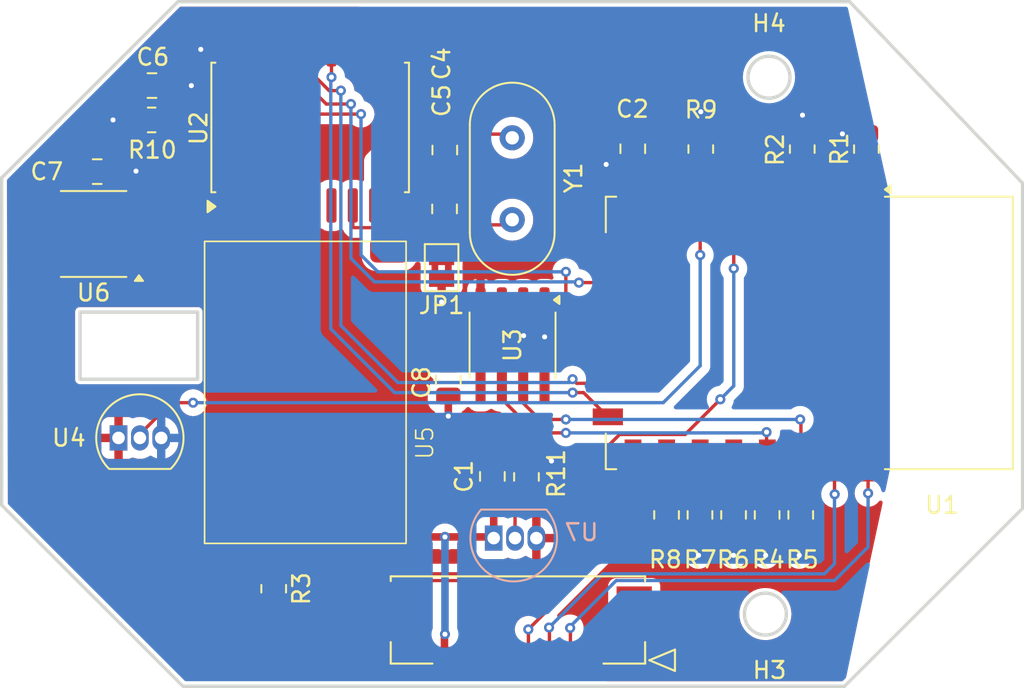
<source format=kicad_pcb>
(kicad_pcb (version 20240108) (generator "pcbnew") (generator_version "8.0")
  (layers (0 "F.Cu" signal) (31 "B.Cu" signal) (34 "B.Paste" user) (35 "F.Paste" user) (36 "B.SilkS" user "B.Silkscreen") (37 "F.SilkS" user "F.Silkscreen") (38 "B.Mask" user) (39 "F.Mask" user) (44 "Edge.Cuts" user))
  (net 0 "")
  (net 2 "Net-(U1-GPIO15)")
  (net 3 "/uC_RXD")
  (net 4 "/SCL")
  (net 5 "/Speed_Out")
  (net 7 "/MISO")
  (net 9 "Net-(U1-GPIO2)")
  (net 10 "+3V3")
  (net 11 "/CAN_~{Int}")
  (net 12 "/SCLK")
  (net 13 "Net-(U1-~{RST})")
  (net 14 "/MOSI")
  (net 16 "GND")
  (net 17 "/~{CS}")
  (net 18 "/uC_TXD")
  (net 19 "Net-(U1-EN)")
  (net 20 "/Temp_DQ")
  (net 21 "/SDA")
  (net 22 "/uC_PRG")
  (net 23 "Net-(U2-OSC2)")
  (net 25 "Net-(U2-OSC1)")
  (net 27 "Net-(U2-~{RESET})")
  (net 32 "Net-(U2-RXCAN)")
  (net 33 "Net-(U2-TXCAN)")
  (net 37 "+12V")
  (net 39 "Net-(JP1-A)")
  (net 40 "/CAN_-")
  (net 41 "/CAN_+")
  (footprint "Capacitor_SMD:C_0805_2012Metric" (layer "F.Cu") (at 116.95 85.5)
    (property "Reference" "C6" (at 0.05 -1.7 0) (layer "F.SilkS"))
    (property "Value" "10u" (hide yes))
    (pad "1" smd roundrect (at -0.95 0) (size 1 1.45) (layers "F.Cu" "F.Paste" "F.Mask") (net 16 "GND"))
    (pad "2" smd roundrect (at 0.95 0) (size 1 1.45) (layers "F.Cu" "F.Paste" "F.Mask") (net 10 "+3V3"))
  )
  (footprint "Capacitor_SMD:C_0805_2012Metric" (layer "F.Cu") (at 134.375909 92.851646 -90)
    (property "Reference" "C5" (at -6.451646 0.175909 90) (layer "F.SilkS"))
    (property "Value" "22p" (hide yes))
    (pad "1" smd roundrect (at -0.949999 0 270) (size 1 1.45) (layers "F.Cu" "F.Paste" "F.Mask") (net 16 "GND"))
    (pad "2" smd roundrect (at 0.949999 0 270) (size 1 1.45) (layers "F.Cu" "F.Paste" "F.Mask") (net 23 "Net-(U2-OSC2)"))
  )
  (footprint "Resistor_SMD:R_0805_2012Metric" (layer "F.Cu") (at 149.58829 111.0875 90)
    (property "Reference" "R7" (at -2.665583 0.01211 180) (layer "F.SilkS"))
    (property "Value" "10k" (hide yes))
    (pad "1" smd roundrect (at -0.9125 0 90) (size 1.025 1.4) (layers "F.Cu" "F.Paste" "F.Mask") (roundrect_rratio 0.243902) (net 10 "+3V3"))
    (pad "2" smd roundrect (at 0.9125 0 90) (size 1.025 1.4) (layers "F.Cu" "F.Paste" "F.Mask") (roundrect_rratio 0.243902) (net 9 "Net-(U1-GPIO2)"))
  )
  (footprint "Resistor_SMD:R_0805_2012Metric" (layer "F.Cu") (at 139.254814 108.822369 -90)
    (property "Reference" "R11" (at -0.191468 -1.778608 90) (layer "F.SilkS"))
    (property "Value" "10k" (hide yes))
    (pad "1" smd roundrect (at -0.9125 0 270) (size 1.025 1.4) (layers "F.Cu" "F.Paste" "F.Mask") (roundrect_rratio 0.243902) (net 10 "+3V3"))
    (pad "2" smd roundrect (at 0.9125 0 270) (size 1.025 1.4) (layers "F.Cu" "F.Paste" "F.Mask") (roundrect_rratio 0.243902) (net 5 "/Speed_Out"))
  )
  (footprint "Resistor_SMD:R_0805_2012Metric" (layer "F.Cu") (at 124.2 115.4875 -90)
    (property "Reference" "R3" (at 0 -1.65 90) (layer "F.SilkS"))
    (property "Value" "120" (hide yes))
    (pad "1" smd roundrect (at -0.9125 0 270) (size 1.025 1.4) (layers "F.Cu" "F.Paste" "F.Mask") (roundrect_rratio 0.243902) (net 41 "/CAN_+"))
    (pad "2" smd roundrect (at 0.9125 0 270) (size 1.025 1.4) (layers "F.Cu" "F.Paste" "F.Mask") (roundrect_rratio 0.243902) (net 40 "/CAN_-"))
  )
  (footprint "MountingHole:MountingHole_2.2mm_M2" (layer "F.Cu") (at 153.5 117)
    (property "Reference" "H3" (at 0.228268 3.344619 0) (layer "F.SilkS"))
    (property "Value" "MountingHole" (hide yes))
    (pad "" np_thru_hole circle (at 0 0) (size 2.2 2.2) (drill 2.2) (layers "*.Cu" "*.Mask"))
  )
  (footprint "Resistor_SMD:R_0805_2012Metric" (layer "F.Cu") (at 147.597421 111.0875 -90)
    (property "Reference" "R8" (at 2.665583 0.070974 180) (layer "F.SilkS"))
    (property "Value" "10k" (hide yes))
    (pad "1" smd roundrect (at -0.9125 0 270) (size 1.025 1.4) (layers "F.Cu" "F.Paste" "F.Mask") (roundrect_rratio 0.243902) (net 2 "Net-(U1-GPIO15)"))
    (pad "2" smd roundrect (at 0.9125 0 270) (size 1.025 1.4) (layers "F.Cu" "F.Paste" "F.Mask") (roundrect_rratio 0.243902) (net 16 "GND"))
  )
  (footprint "Resistor_SMD:R_0805_2012Metric" (layer "F.Cu") (at 155.588463 111.0875 90)
    (property "Reference" "R5" (at -2.665583 0.093834 180) (layer "F.SilkS"))
    (property "Value" "10k" (hide yes))
    (pad "1" smd roundrect (at -0.9125 0 90) (size 1.025 1.4) (layers "F.Cu" "F.Paste" "F.Mask") (roundrect_rratio 0.243902) (net 10 "+3V3"))
    (pad "2" smd roundrect (at 0.9125 0 90) (size 1.025 1.4) (layers "F.Cu" "F.Paste" "F.Mask") (roundrect_rratio 0.243902) (net 4 "/SCL"))
  )
  (footprint "MountingHole:MountingHole_2.2mm_M2" (layer "F.Cu") (at 153.693754 84.995481)
    (property "Reference" "H4" (at 0 -3.2 0) (layer "F.SilkS"))
    (property "Value" "MountingHole" (hide yes))
    (pad "" np_thru_hole circle (at 0 0) (size 2.2 2.2) (drill 2.2) (layers "*.Cu" "*.Mask"))
  )
  (footprint "Capacitor_SMD:C_0805_2012Metric" (layer "F.Cu") (at 113.688081 90.62783)
    (property "Reference" "C7" (at -3 0 360) (layer "F.SilkS"))
    (property "Value" "10u" (hide yes))
    (pad "1" smd roundrect (at -0.95 0) (size 1 1.45) (layers "F.Cu" "F.Paste" "F.Mask") (net 16 "GND"))
    (pad "2" smd roundrect (at 0.95 0) (size 1 1.45) (layers "F.Cu" "F.Paste" "F.Mask") (net 10 "+3V3"))
  )
  (footprint "Jumper:SolderJumper-2_P1.3mm_Bridged2Bar_Pad1.0x1.5mm" (layer "F.Cu") (at 134.2 96.35 -90)
    (property "Reference" "JP1" (at 2.25 0 180) (layer "F.SilkS"))
    (property "Value" "SolderJumper_2_Bridged" (hide yes))
    (fp_poly (pts (xy -0.25 0.2) (xy 0.25 0.2) (xy 0.25 0.6) (xy -0.25 0.6)) (fill solid) (layer "F.Cu"))
    (fp_poly (pts (xy -0.25 -0.6) (xy 0.25 -0.6) (xy 0.25 -0.2) (xy -0.25 -0.2)) (fill solid) (layer "F.Cu"))
    (pad "1" smd rect (at -0.65 0 270) (size 1 1.5) (layers "F.Cu" "F.Mask") (net 39 "Net-(JP1-A)"))
    (pad "2" smd rect (at 0.65 0 270) (size 1 1.5) (layers "F.Cu" "F.Mask") (net 10 "+3V3"))
  )
  (footprint "Package_SO:SOIC-8_3.9x4.9mm_P1.27mm" (layer "F.Cu") (at 138.425 100.975 -90)
    (property "Reference" "U3" (at 0 0 90) (layer "F.SilkS"))
    (property "Value" "AS5600-ASOT" (hide yes))
    (pad "1" smd roundrect (at -2.475 -1.905 270) (size 1.95 0.6) (layers "F.Cu" "F.Paste" "F.Mask") (net 10 "+3V3"))
    (pad "2" smd roundrect (at -2.475 -0.635 270) (size 1.95 0.6) (layers "F.Cu" "F.Paste" "F.Mask") (net 10 "+3V3"))
    (pad "3" smd roundrect (at -2.475 0.635 270) (size 1.95 0.6) (layers "F.Cu" "F.Paste" "F.Mask"))
    (pad "4" smd roundrect (at -2.475 1.905 270) (size 1.95 0.6) (layers "F.Cu" "F.Paste" "F.Mask") (net 16 "GND"))
    (pad "5" smd roundrect (at 2.475 1.905 270) (size 1.95 0.6) (layers "F.Cu" "F.Paste" "F.Mask"))
    (pad "6" smd roundrect (at 2.475 0.635 270) (size 1.95 0.6) (layers "F.Cu" "F.Paste" "F.Mask") (net 21 "/SDA"))
    (pad "7" smd roundrect (at 2.475 -0.635 270) (size 1.95 0.6) (layers "F.Cu" "F.Paste" "F.Mask") (net 4 "/SCL"))
    (pad "8" smd roundrect (at 2.475 -1.905 270) (size 1.95 0.6) (layers "F.Cu" "F.Paste" "F.Mask") (net 16 "GND"))
  )
  (footprint "Resistor_SMD:R_0805_2012Metric" (layer "F.Cu") (at 116.93 87.54836)
    (property "Reference" "R10" (at 0.04238 1.787521 180) (layer "F.SilkS"))
    (property "Value" "10k" (hide yes))
    (pad "1" smd roundrect (at -0.9125 0) (size 1.025 1.4) (layers "F.Cu" "F.Paste" "F.Mask") (roundrect_rratio 0.243902) (net 10 "+3V3"))
    (pad "2" smd roundrect (at 0.9125 0) (size 1.025 1.4) (layers "F.Cu" "F.Paste" "F.Mask") (roundrect_rratio 0.243902) (net 27 "Net-(U2-~{RESET})"))
  )
  (footprint "RF_Module:ESP-12E" (layer "F.Cu") (at 156.1 100.244111 -90)
    (property "Reference" "U1" (at 10.255889 -7.9 180) (layer "F.SilkS"))
    (property "Value" "ESP-12F" (hide yes))
    (pad "1" smd rect (at -7.6 -3.5 270) (size 2.5 1) (layers "F.Cu" "F.Paste" "F.Mask") (net 13 "Net-(U1-~{RST})"))
    (pad "2" smd rect (at -7.6 -1.5 270) (size 2.5 1) (layers "F.Cu" "F.Paste" "F.Mask"))
    (pad "3" smd rect (at -7.6 0.5 270) (size 2.5 1) (layers "F.Cu" "F.Paste" "F.Mask") (net 19 "Net-(U1-EN)"))
    (pad "4" smd rect (at -7.6 2.5 270) (size 2.5 1) (layers "F.Cu" "F.Paste" "F.Mask") (net 11 "/CAN_~{Int}"))
    (pad "5" smd rect (at -7.6 4.5 270) (size 2.5 1) (layers "F.Cu" "F.Paste" "F.Mask") (net 5 "/Speed_Out"))
    (pad "6" smd rect (at -7.6 6.5 270) (size 2.5 1) (layers "F.Cu" "F.Paste" "F.Mask") (net 20 "/Temp_DQ"))
    (pad "7" smd rect (at -7.6 8.5 270) (size 2.5 1) (layers "F.Cu" "F.Paste" "F.Mask"))
    (pad "8" smd rect (at -7.6 10.5 270) (size 2.5 1) (layers "F.Cu" "F.Paste" "F.Mask") (net 10 "+3V3"))
    (pad "9" smd rect (at -5 12 270) (size 1 1.8) (layers "F.Cu" "F.Paste" "F.Mask"))
    (pad "10" smd rect (at -3 12 270) (size 1 1.8) (layers "F.Cu" "F.Paste" "F.Mask") (net 7 "/MISO"))
    (pad "11" smd rect (at -1 12 270) (size 1 1.8) (layers "F.Cu" "F.Paste" "F.Mask"))
    (pad "12" smd rect (at 1 12 270) (size 1 1.8) (layers "F.Cu" "F.Paste" "F.Mask") (net 17 "/~{CS}"))
    (pad "13" smd rect (at 3 12 270) (size 1 1.8) (layers "F.Cu" "F.Paste" "F.Mask") (net 14 "/MOSI"))
    (pad "14" smd rect (at 5 12 270) (size 1 1.8) (layers "F.Cu" "F.Paste" "F.Mask") (net 12 "/SCLK"))
    (pad "15" smd rect (at 7.6 10.5 270) (size 2.5 1) (layers "F.Cu" "F.Paste" "F.Mask") (net 16 "GND"))
    (pad "16" smd rect (at 7.6 8.5 270) (size 2.5 1) (layers "F.Cu" "F.Paste" "F.Mask") (net 2 "Net-(U1-GPIO15)"))
    (pad "17" smd rect (at 7.6 6.5 270) (size 2.5 1) (layers "F.Cu" "F.Paste" "F.Mask") (net 9 "Net-(U1-GPIO2)"))
    (pad "18" smd rect (at 7.6 4.5 270) (size 2.5 1) (layers "F.Cu" "F.Paste" "F.Mask") (net 22 "/uC_PRG"))
    (pad "19" smd rect (at 7.6 2.5 270) (size 2.5 1) (layers "F.Cu" "F.Paste" "F.Mask") (net 21 "/SDA"))
    (pad "20" smd rect (at 7.6 0.5 270) (size 2.5 1) (layers "F.Cu" "F.Paste" "F.Mask") (net 4 "/SCL"))
    (pad "21" smd rect (at 7.6 -1.5 270) (size 2.5 1) (layers "F.Cu" "F.Paste" "F.Mask") (net 3 "/uC_RXD"))
    (pad "22" smd rect (at 7.6 -3.5 270) (size 2.5 1) (layers "F.Cu" "F.Paste" "F.Mask") (net 18 "/uC_TXD"))
    (zone (net 0) (net_name "") (layers "*.Cu") (connect_pads (clearance 0)) (min_thickness 0.254)
      (keepout (tracks not_allowed) (vias not_allowed) (pads not_allowed) (copperpour not_allowed) (footprints not_allowed))
      (fill (thermal_gap 0.508) (thermal_bridge_width 0.508))
      (polygon (pts (xy 160.9 92.124111) (xy 160.9 108.364111) (xy 168.22 108.364111) (xy 168.22 92.124111)))
    )
  )
  (footprint "Package_SO:SOIC-8_3.9x4.9mm_P1.27mm" (layer "F.Cu") (at 113.475 94.345 180)
    (property "Reference" "U6" (at 0 -3.5 360) (layer "F.SilkS"))
    (property "Value" "TJA1050" (hide yes))
    (pad "1" smd roundrect (at -2.475 -1.905 180) (size 1.95 0.6) (layers "F.Cu" "F.Paste" "F.Mask") (net 33 "Net-(U2-TXCAN)"))
    (pad "2" smd roundrect (at -2.475 -0.635 180) (size 1.95 0.6) (layers "F.Cu" "F.Paste" "F.Mask") (net 16 "GND"))
    (pad "3" smd roundrect (at -2.475 0.635 180) (size 1.95 0.6) (layers "F.Cu" "F.Paste" "F.Mask") (net 10 "+3V3"))
    (pad "4" smd roundrect (at -2.475 1.905 180) (size 1.95 0.6) (layers "F.Cu" "F.Paste" "F.Mask") (net 32 "Net-(U2-RXCAN)"))
    (pad "5" smd roundrect (at 2.475 1.905 180) (size 1.95 0.6) (layers "F.Cu" "F.Paste" "F.Mask"))
    (pad "6" smd roundrect (at 2.475 0.635 180) (size 1.95 0.6) (layers "F.Cu" "F.Paste" "F.Mask") (net 40 "/CAN_-"))
    (pad "7" smd roundrect (at 2.475 -0.635 180) (size 1.95 0.6) (layers "F.Cu" "F.Paste" "F.Mask") (net 41 "/CAN_+"))
    (pad "8" smd roundrect (at 2.475 -1.905 180) (size 1.95 0.6) (layers "F.Cu" "F.Paste" "F.Mask") (net 16 "GND"))
  )
  (footprint "Capacitor_SMD:C_0805_2012Metric" (layer "F.Cu") (at 145.58618 89.266296 -90)
    (property "Reference" "C2" (at -2.369187 0.023382 180) (layer "F.SilkS"))
    (property "Value" "10u" (hide yes))
    (pad "1" smd roundrect (at -0.95 0 270) (size 1 1.45) (layers "F.Cu" "F.Paste" "F.Mask") (net 16 "GND"))
    (pad "2" smd roundrect (at 0.95 0 270) (size 1 1.45) (layers "F.Cu" "F.Paste" "F.Mask") (net 10 "+3V3"))
  )
  (footprint "Custom:MiniStepDownConverter" (layer "F.Cu") (at 126.085205 103.786657)
    (property "Reference" "U5" (at 7.114795 3.013343 90) (layer "F.SilkS") (effects (font (thickness 0.1))))
    (property "Value" "~")
    (pad "1" smd roundrect (at 5 8.5) (size 2.286 1.524) (layers "F.Cu" "F.Paste" "F.Mask") (net 37 "+12V"))
    (pad "2" smd roundrect (at -5 8.5) (size 2.286 1.524) (layers "F.Cu" "F.Paste" "F.Mask") (net 16 "GND"))
    (pad "3" smd roundrect (at 5 -8.5) (size 2.286 1.524) (layers "F.Cu" "F.Paste" "F.Mask") (net 39 "Net-(JP1-A)"))
    (pad "4" smd roundrect (at -5 -8.5) (size 2.286 1.524) (layers "F.Cu" "F.Paste" "F.Mask") (net 16 "GND"))
  )
  (footprint "Capacitor_SMD:C_0805_2012Metric" (layer "F.Cu") (at 137.224084 108.793719 -90)
    (property "Reference" "C1" (at 0 1.690662 90) (layer "F.SilkS"))
    (property "Value" "10u" (hide yes))
    (pad "1" smd roundrect (at -0.95 0 270) (size 1 1.45) (layers "F.Cu" "F.Paste" "F.Mask") (net 16 "GND"))
    (pad "2" smd roundrect (at 0.95 0 270) (size 1 1.45) (layers "F.Cu" "F.Paste" "F.Mask") (net 37 "+12V"))
  )
  (footprint "Package_SO:SOIC-18W_7.5x11.6mm_P1.27mm" (layer "F.Cu") (at 126.371638 87.995972 90)
    (property "Reference" "U2" (at -0.049066 -6.641723 90) (layer "F.SilkS"))
    (property "Value" "MCP2515-xSO" (hide yes))
    (pad "1" smd roundrect (at -4.65 -5.08 90) (size 2.05 0.6) (layers "F.Cu" "F.Paste" "F.Mask") (net 33 "Net-(U2-TXCAN)"))
    (pad "2" smd roundrect (at -4.65 -3.81 90) (size 2.05 0.6) (layers "F.Cu" "F.Paste" "F.Mask") (net 32 "Net-(U2-RXCAN)"))
    (pad "3" smd roundrect (at -4.65 -2.54 90) (size 2.05 0.6) (layers "F.Cu" "F.Paste" "F.Mask"))
    (pad "4" smd roundrect (at -4.65 -1.27 90) (size 2.05 0.6) (layers "F.Cu" "F.Paste" "F.Mask"))
    (pad "5" smd roundrect (at -4.65 0 90) (size 2.05 0.6) (layers "F.Cu" "F.Paste" "F.Mask"))
    (pad "6" smd roundrect (at -4.65 1.27 90) (size 2.05 0.6) (layers "F.Cu" "F.Paste" "F.Mask"))
    (pad "7" smd roundrect (at -4.65 2.54 90) (size 2.05 0.6) (layers "F.Cu" "F.Paste" "F.Mask") (net 23 "Net-(U2-OSC2)"))
    (pad "8" smd roundrect (at -4.65 3.81 90) (size 2.05 0.6) (layers "F.Cu" "F.Paste" "F.Mask") (net 25 "Net-(U2-OSC1)"))
    (pad "9" smd roundrect (at -4.65 5.08 90) (size 2.05 0.6) (layers "F.Cu" "F.Paste" "F.Mask") (net 16 "GND"))
    (pad "10" smd roundrect (at 4.65 5.08 90) (size 2.05 0.6) (layers "F.Cu" "F.Paste" "F.Mask"))
    (pad "11" smd roundrect (at 4.65 3.81 90) (size 2.05 0.6) (layers "F.Cu" "F.Paste" "F.Mask"))
    (pad "12" smd roundrect (at 4.65 2.54 90) (size 2.05 0.6) (layers "F.Cu" "F.Paste" "F.Mask") (net 11 "/CAN_~{Int}"))
    (pad "13" smd roundrect (at 4.65 1.27 90) (size 2.05 0.6) (layers "F.Cu" "F.Paste" "F.Mask") (net 12 "/SCLK"))
    (pad "14" smd roundrect (at 4.65 0 90) (size 2.05 0.6) (layers "F.Cu" "F.Paste" "F.Mask") (net 14 "/MOSI"))
    (pad "15" smd roundrect (at 4.65 -1.27 90) (size 2.05 0.6) (layers "F.Cu" "F.Paste" "F.Mask") (net 7 "/MISO"))
    (pad "16" smd roundrect (at 4.65 -2.54 90) (size 2.05 0.6) (layers "F.Cu" "F.Paste" "F.Mask") (net 17 "/~{CS}"))
    (pad "17" smd roundrect (at 4.65 -3.81 90) (size 2.05 0.6) (layers "F.Cu" "F.Paste" "F.Mask") (net 27 "Net-(U2-~{RESET})"))
    (pad "18" smd roundrect (at 4.65 -5.08 90) (size 2.05 0.6) (layers "F.Cu" "F.Paste" "F.Mask") (net 10 "+3V3"))
  )
  (footprint "Capacitor_SMD:C_0805_2012Metric" (layer "F.Cu") (at 134.6 103.05 -90)
    (property "Reference" "C8" (at 0.15 1.6 90) (layer "F.SilkS"))
    (property "Value" "10u" (hide yes))
    (pad "1" smd roundrect (at -0.95 0 270) (size 1 1.45) (layers "F.Cu" "F.Paste" "F.Mask") (net 16 "GND"))
    (pad "2" smd roundrect (at 0.95 0 270) (size 1 1.45) (layers "F.Cu" "F.Paste" "F.Mask") (net 10 "+3V3"))
  )
  (footprint "Resistor_SMD:R_0805_2012Metric" (layer "F.Cu") (at 151.588463 111.0875 90)
    (property "Reference" "R6" (at -2.665583 -0.0159 180) (layer "F.SilkS"))
    (property "Value" "10k" (hide yes))
    (pad "1" smd roundrect (at -0.9125 0 90) (size 1.025 1.4) (layers "F.Cu" "F.Paste" "F.Mask") (roundrect_rratio 0.243902) (net 10 "+3V3"))
    (pad "2" smd roundrect (at 0.9125 0 90) (size 1.025 1.4) (layers "F.Cu" "F.Paste" "F.Mask") (roundrect_rratio 0.243902) (net 22 "/uC_PRG"))
  )
  (footprint "Package_TO_SOT_THT:TO-92_Inline" (layer "F.Cu") (at 114.96 106.5)
    (property "Reference" "U4" (at -2.96 0 0) (layer "F.SilkS"))
    (property "Value" "DS18B20" (hide yes))
    (pad "1" thru_hole rect (at 0 0) (size 1.05 1.5) (drill 0.75) (layers "*.Cu" "*.Mask") (net 16 "GND"))
    (pad "2" thru_hole oval (at 1.27 0) (size 1.05 1.5) (drill 0.75) (layers "*.Cu" "*.Mask") (net 20 "/Temp_DQ"))
    (pad "3" thru_hole oval (at 2.54 0) (size 1.05 1.5) (drill 0.75) (layers "*.Cu" "*.Mask") (net 10 "+3V3"))
  )
  (footprint "Resistor_SMD:R_0805_2012Metric" (layer "F.Cu") (at 153.588463 111.0875 90)
    (property "Reference" "R4" (at -2.665583 0.070776 180) (layer "F.SilkS"))
    (property "Value" "10k" (hide yes))
    (pad "1" smd roundrect (at -0.9125 0 90) (size 1.025 1.4) (layers "F.Cu" "F.Paste" "F.Mask") (roundrect_rratio 0.243902) (net 10 "+3V3"))
    (pad "2" smd roundrect (at 0.9125 0 90) (size 1.025 1.4) (layers "F.Cu" "F.Paste" "F.Mask") (roundrect_rratio 0.243902) (net 21 "/SDA"))
  )
  (footprint "Custom:CON_532610871" (layer "F.Cu") (at 143.121002 119.75 180)
    (property "Reference" "J3" (hide yes))
    (property "Value" "Conn_01x08_Socket" (hide yes))
    (pad "1" smd rect (at 0 0 180) (size 0.8 1.6) (layers "F.Cu" "F.Paste" "F.Mask") (net 16 "GND"))
    (pad "2" smd rect (at 1.25 0 180) (size 0.8 1.6) (layers "F.Cu" "F.Paste" "F.Mask") (net 18 "/uC_TXD"))
    (pad "3" smd rect (at 2.5 0 180) (size 0.8 1.6) (layers "F.Cu" "F.Paste" "F.Mask") (net 3 "/uC_RXD"))
    (pad "4" smd rect (at 3.75 0 180) (size 0.8 1.6) (layers "F.Cu" "F.Paste" "F.Mask") (net 22 "/uC_PRG"))
    (pad "5" smd rect (at 5 0 180) (size 0.8 1.6) (layers "F.Cu" "F.Paste" "F.Mask") (net 41 "/CAN_+"))
    (pad "6" smd rect (at 6.25 0 180) (size 0.8 1.6) (layers "F.Cu" "F.Paste" "F.Mask") (net 40 "/CAN_-"))
    (pad "7" smd rect (at 7.5 0 180) (size 0.8 1.6) (layers "F.Cu" "F.Paste" "F.Mask"))
    (pad "8" smd rect (at 8.75 0 180) (size 0.8 1.6) (layers "F.Cu" "F.Paste" "F.Mask") (net 37 "+12V"))
    (pad "9" smd rect (at -2.55 2.899999 180) (size 2.1 2.999999) (layers "F.Cu" "F.Paste" "F.Mask"))
    (pad "10" smd rect (at 11.3 2.899999 180) (size 2.1 2.999999) (layers "F.Cu" "F.Paste" "F.Mask"))
  )
  (footprint "Crystal:Crystal_HC49-4H_Vertical" (layer "F.Cu") (at 138.405667 93.493422 90)
    (property "Reference" "Y1" (at 2.491364 3.652115 90) (layer "F.SilkS"))
    (property "Value" "8MHz" (hide yes))
    (pad "1" thru_hole circle (at 0 0 90) (size 1.5 1.5) (drill 0.8) (layers "*.Cu" "*.Mask") (net 23 "Net-(U2-OSC2)"))
    (pad "2" thru_hole circle (at 4.88 0 90) (size 1.5 1.5) (drill 0.8) (layers "*.Cu" "*.Mask") (net 25 "Net-(U2-OSC1)"))
  )
  (footprint "Resistor_SMD:R_0805_2012Metric" (layer "F.Cu") (at 155.678945 89.286296 -90)
    (property "Reference" "R2" (at 0.03423 1.610114 -90) (layer "F.SilkS"))
    (property "Value" "10k" (hide yes))
    (pad "1" smd roundrect (at -0.9125 0 270) (size 1.025 1.4) (layers "F.Cu" "F.Paste" "F.Mask") (roundrect_rratio 0.243902) (net 10 "+3V3"))
    (pad "2" smd roundrect (at 0.9125 0 270) (size 1.025 1.4) (layers "F.Cu" "F.Paste" "F.Mask") (roundrect_rratio 0.243902) (net 19 "Net-(U1-EN)"))
  )
  (footprint "Resistor_SMD:R_0805_2012Metric" (layer "F.Cu") (at 149.634955 89.286296 -90)
    (property "Reference" "R9" (at -2.343649 -0.017128 180) (layer "F.SilkS"))
    (property "Value" "10k" (hide yes))
    (pad "1" smd roundrect (at -0.9125 0 270) (size 1.025 1.4) (layers "F.Cu" "F.Paste" "F.Mask") (roundrect_rratio 0.243902) (net 10 "+3V3"))
    (pad "2" smd roundrect (at 0.9125 0 270) (size 1.025 1.4) (layers "F.Cu" "F.Paste" "F.Mask") (roundrect_rratio 0.243902) (net 20 "/Temp_DQ"))
  )
  (footprint "Capacitor_SMD:C_0805_2012Metric" (layer "F.Cu") (at 134.389627 89.343054 90)
    (property "Reference" "C4" (at 5.143054 -0.189627 90) (layer "F.SilkS"))
    (property "Value" "22p" (hide yes))
    (pad "1" smd roundrect (at -0.949999 0 90) (size 1 1.45) (layers "F.Cu" "F.Paste" "F.Mask") (net 16 "GND"))
    (pad "2" smd roundrect (at 0.949999 0 90) (size 1 1.45) (layers "F.Cu" "F.Paste" "F.Mask") (net 25 "Net-(U2-OSC1)"))
  )
  (footprint "Resistor_SMD:R_0805_2012Metric" (layer "F.Cu") (at 159.5 89.286296 -90)
    (property "Reference" "R1" (at 0.00019 1.607387 -90) (layer "F.SilkS"))
    (property "Value" "10k" (hide yes))
    (pad "1" smd roundrect (at -0.9125 0 270) (size 1.025 1.4) (layers "F.Cu" "F.Paste" "F.Mask") (roundrect_rratio 0.243902) (net 10 "+3V3"))
    (pad "2" smd roundrect (at 0.9125 0 270) (size 1.025 1.4) (layers "F.Cu" "F.Paste" "F.Mask") (roundrect_rratio 0.243902) (net 13 "Net-(U1-~{RST})"))
  )
  (footprint "Package_TO_SOT_THT:TO-92L_Inline" (layer "B.Cu") (at 137.303549 112.470864)
    (property "Reference" "U7" (at 5.229873 -0.339963 0) (layer "B.SilkS") (effects (justify mirror)))
    (property "Value" "SS40AF1" (hide yes))
    (pad "1" thru_hole rect (at 0 0) (size 1.05 1.5) (drill 0.75) (layers "*.Cu" "*.Mask") (net 37 "+12V"))
    (pad "2" thru_hole oval (at 1.27 0) (size 1.05 1.5) (drill 0.75) (layers "*.Cu" "*.Mask") (net 5 "/Speed_Out"))
    (pad "3" thru_hole oval (at 2.54 0) (size 1.05 1.5) (drill 0.75) (layers "*.Cu" "*.Mask") (net 16 "GND"))
  )
  (gr_line (start 158.500001 80.5) (end 168.8 91.315) (stroke (width 0.2)) (layer "Edge.Cuts"))
  (gr_line (start 118.8 121.3) (end 108 110.5) (stroke (width 0.2)) (layer "Edge.Cuts"))
  (gr_line (start 168.8 110.7) (end 158.2 121.3) (stroke (width 0.2)) (layer "Edge.Cuts"))
  (gr_line (start 119.671159 103) (end 112.671159 103) (stroke (width 0.2)) (layer "Edge.Cuts"))
  (gr_line (start 112.671159 103) (end 112.671159 99) (stroke (width 0.2)) (layer "Edge.Cuts"))
  (gr_line (start 108 110.5) (end 108 91) (stroke (width 0.2)) (layer "Edge.Cuts"))
  (gr_line (start 119.671159 103) (end 119.671159 99) (stroke (width 0.2)) (layer "Edge.Cuts"))
  (gr_line (start 119.671159 99) (end 112.671159 99) (stroke (width 0.2)) (layer "Edge.Cuts"))
  (gr_line (start 118.5 80.5) (end 158.500001 80.5) (stroke (width 0.2)) (layer "Edge.Cuts"))
  (gr_line (start 168.8 91.315) (end 168.8 110.7) (stroke (width 0.2)) (layer "Edge.Cuts"))
  (gr_circle (center 153.483329 116.999996) (end 152.233329 116.999996) (stroke (width 0.2)) (fill none) (layer "Edge.Cuts"))
  (gr_circle (center 153.697461 85.000712) (end 152.447461 85.000712) (stroke (width 0.2)) (fill none) (layer "Edge.Cuts"))
  (gr_line (start 108 91) (end 118.5 80.5) (stroke (width 0.2)) (layer "Edge.Cuts"))
  (gr_line (start 158.2 121.3) (end 118.8 121.3) (stroke (width 0.2)) (layer "Edge.Cuts"))
  (segment (start 147.597421 110.175) (end 147.597421 107.84669) (width 0.2) (layer "F.Cu") (net 2))
  (segment (start 147.597421 107.84669) (end 147.6 107.844111) (width 0.2) (layer "F.Cu") (net 2))
  (segment (start 140.621002 117.821002) (end 140.6 117.8) (width 0.2) (layer "F.Cu") (net 3))
  (segment (start 140.621002 119.75) (end 140.621002 117.821002) (width 0.2) (layer "F.Cu") (net 3))
  (segment (start 157.6 109.846879) (end 157.6 107.844111) (width 0.2) (layer "F.Cu") (net 3))
  (segment (start 157.612085 109.858964) (end 157.6 109.846879) (width 0.2) (layer "F.Cu") (net 3))
  (via (at 140.6 117.8) (size 0.6) (drill 0.3) (layers "F.Cu" "B.Cu") (net 3))
  (via (at 157.612085 109.858964) (size 0.6) (drill 0.3) (layers "F.Cu" "B.Cu") (net 3))
  (segment (start 144.8 114.6) (end 157 114.6) (width 0.2) (layer "B.Cu") (net 3))
  (segment (start 157.6 109.871049) (end 157.612085 109.858964) (width 0.2) (layer "B.Cu") (net 3))
  (segment (start 143.8 114.6) (end 144.8 114.6) (width 0.2) (layer "B.Cu") (net 3))
  (segment (start 140.6 117.8) (end 143.8 114.6) (width 0.2) (layer "B.Cu") (net 3))
  (segment (start 157.6 114) (end 157.6 109.871049) (width 0.2) (layer "B.Cu") (net 3))
  (segment (start 157 114.6) (end 157.6 114) (width 0.2) (layer "B.Cu") (net 3))
  (segment (start 155.588463 107.855648) (end 155.6 107.844111) (width 0.2) (layer "F.Cu") (net 4))
  (segment (start 139.06 104.424999) (end 139.06 103.45) (width 0.2) (layer "F.Cu") (net 4))
  (segment (start 155.6 105.444337) (end 155.6 107.844111) (width 0.2) (layer "F.Cu") (net 4))
  (segment (start 141.6 105.4) (end 140.035001 105.4) (width 0.2) (layer "F.Cu") (net 4))
  (segment (start 155.588463 110.175) (end 155.588463 107.855648) (width 0.2) (layer "F.Cu") (net 4))
  (segment (start 155.554845 105.399182) (end 155.6 105.444337) (width 0.2) (layer "F.Cu") (net 4))
  (segment (start 140.035001 105.4) (end 139.06 104.424999) (width 0.2) (layer "F.Cu") (net 4))
  (via (at 141.6 105.4) (size 0.6) (drill 0.3) (layers "F.Cu" "B.Cu") (net 4))
  (via (at 155.554845 105.399182) (size 0.6) (drill 0.3) (layers "F.Cu" "B.Cu") (net 4))
  (segment (start 141.6 105.4) (end 154 105.4) (width 0.2) (layer "B.Cu") (net 4))
  (segment (start 154 105.4) (end 155.554027 105.4) (width 0.2) (layer "B.Cu") (net 4))
  (segment (start 155.554027 105.4) (end 155.554845 105.399182) (width 0.2) (layer "B.Cu") (net 4))
  (segment (start 151.6 96.4) (end 151.6 92.644111) (width 0.2) (layer "F.Cu") (net 5))
  (segment (start 141.359242 109.734869) (end 139.254814 109.734869) (width 0.2) (layer "F.Cu") (net 5))
  (segment (start 148.705889 106.294111) (end 144.8 106.294111) (width 0.2) (layer "F.Cu") (net 5))
  (segment (start 144.8 106.294111) (end 141.359242 109.734869) (width 0.2) (layer "F.Cu") (net 5))
  (segment (start 138.573549 110.416134) (end 138.573549 112.470864) (width 0.2) (layer "F.Cu") (net 5))
  (segment (start 139.254814 109.734869) (end 138.573549 110.416134) (width 0.2) (layer "F.Cu") (net 5))
  (segment (start 150.8 104.2) (end 148.705889 106.294111) (width 0.2) (layer "F.Cu") (net 5))
  (via (at 151.6 96.4) (size 0.6) (drill 0.3) (layers "F.Cu" "B.Cu") (net 5))
  (via (at 150.8 104.2) (size 0.6) (drill 0.3) (layers "F.Cu" "B.Cu") (net 5))
  (segment (start 150.8 104.2) (end 151.6 103.4) (width 0.2) (layer "B.Cu") (net 5))
  (segment (start 151.6 103.4) (end 151.6 96.4) (width 0.2) (layer "B.Cu") (net 5))
  (segment (start 125.101638 84.370971) (end 127.330667 86.6) (width 0.2) (layer "F.Cu") (net 7))
  (segment (start 127.330667 86.6) (end 128.8 86.6) (width 0.2) (layer "F.Cu") (net 7))
  (segment (start 142.378121 97.244111) (end 144.1 97.244111) (width 0.2) (layer "F.Cu") (net 7))
  (segment (start 125.101638 83.345972) (end 125.101638 84.370971) (width 0.2) (layer "F.Cu") (net 7))
  (via (at 128.8 86.6) (size 0.6) (drill 0.3) (layers "F.Cu" "B.Cu") (net 7))
  (via (at 142.378121 97.244111) (size 0.6) (drill 0.3) (layers "F.Cu" "B.Cu") (net 7))
  (segment (start 130.2 97.2) (end 128.8 95.8) (width 0.2) (layer "B.Cu") (net 7))
  (segment (start 142.217113 97.244111) (end 142.173002 97.2) (width 0.2) (layer "B.Cu") (net 7))
  (segment (start 142.378121 97.244111) (end 142.217113 97.244111) (width 0.2) (layer "B.Cu") (net 7))
  (segment (start 142.173002 97.2) (end 130.2 97.2) (width 0.2) (layer "B.Cu") (net 7))
  (segment (start 128.8 95.8) (end 128.8 86.6) (width 0.2) (layer "B.Cu") (net 7))
  (segment (start 149.58829 107.855821) (end 149.6 107.844111) (width 0.2) (layer "F.Cu") (net 9))
  (segment (start 149.58829 110.175) (end 149.58829 107.855821) (width 0.2) (layer "F.Cu") (net 9))
  (segment (start 140.33 98.5) (end 140.33 100.471331) (width 0.45) (layer "F.Cu") (net 10))
  (segment (start 140.33 100.471331) (end 140.335707 100.477038) (width 0.45) (layer "F.Cu") (net 10))
  (segment (start 119.860138 83.345972) (end 119.857379 83.343213) (width 0.45) (layer "F.Cu") (net 10))
  (segment (start 145.58618 92.630291) (end 145.6 92.644111) (width 0.2) (layer "F.Cu") (net 10))
  (segment (start 121.291638 83.345972) (end 119.860138 83.345972) (width 0.45) (layer "F.Cu") (net 10))
  (segment (start 134.2 97) (end 134.2 98.4) (width 0.5) (layer "F.Cu") (net 10))
  (segment (start 145.58618 90.216296) (end 145.58618 92.630291) (width 0.2) (layer "F.Cu") (net 10))
  (segment (start 155.588463 112) (end 155.588463 113.411537) (width 0.4) (layer "F.Cu") (net 10))
  (segment (start 145.58618 90.216296) (end 144.016296 90.216296) (width 0.2) (layer "F.Cu") (net 10))
  (segment (start 144.016296 90.216296) (end 144 90.2) (width 0.2) (layer "F.Cu") (net 10))
  (segment (start 139.06 98.5) (end 139.06 100.382213) (width 0.45) (layer "F.Cu") (net 10))
  (segment (start 139.06 100.382213) (end 139.083972 100.406185) (width 0.45) (layer "F.Cu") (net 10))
  (segment (start 119.291905 85.5) (end 119.294402 85.502497) (width 0.45) (layer "F.Cu") (net 10))
  (segment (start 159.496073 88.377723) (end 159.5 88.373796) (width 0.5) (layer "F.Cu") (net 10))
  (segment (start 153.588463 113.411537) (end 153.5 113.5) (width 0.4) (layer "F.Cu") (net 10))
  (segment (start 134.6 104) (end 134.6 105.2) (width 0.45) (layer "F.Cu") (net 10))
  (segment (start 155.678945 87.28011) (end 155.695131 87.263924) (width 0.5) (layer "F.Cu") (net 10))
  (segment (start 140.743973 107.873483) (end 139.2912 107.873483) (width 0.45) (layer "F.Cu") (net 10))
  (segment (start 149.634955 87.062185) (end 149.636728 87.060412) (width 0.5) (layer "F.Cu") (net 10))
  (segment (start 117.9 85.5) (end 119.291905 85.5) (width 0.45) (layer "F.Cu") (net 10))
  (segment (start 153.588463 112) (end 153.588463 113.411537) (width 0.4) (layer "F.Cu") (net 10))
  (segment (start 155.678945 88.373796) (end 155.678945 87.28011) (width 0.5) (layer "F.Cu") (net 10))
  (segment (start 149.5 113.5) (end 149.58829 113.41171) (width 0.4) (layer "F.Cu") (net 10))
  (segment (start 139.2912 107.873483) (end 139.254814 107.909869) (width 0.45) (layer "F.Cu") (net 10))
  (segment (start 149.634955 88.373796) (end 149.634955 87.062185) (width 0.5) (layer "F.Cu") (net 10))
  (segment (start 149.58829 113.41171) (end 149.58829 112) (width 0.4) (layer "F.Cu") (net 10))
  (segment (start 155.588463 113.411537) (end 155.5 113.5) (width 0.4) (layer "F.Cu") (net 10))
  (segment (start 114.638081 90.62783) (end 115.97217 90.62783) (width 0.45) (layer "F.Cu") (net 10))
  (segment (start 158.070568 88.377723) (end 159.496073 88.377723) (width 0.5) (layer "F.Cu") (net 10))
  (segment (start 151.588463 113.5) (end 151.588463 112) (width 0.4) (layer "F.Cu") (net 10))
  (segment (start 116.0175 87.54836) (end 114.630715 87.54836) (width 0.45) (layer "F.Cu") (net 10))
  (via (at 140.335707 100.477038) (size 0.6) (drill 0.3) (layers "F.Cu" "B.Cu") (net 10))
  (via (at 149.636728 87.060412) (size 0.6) (drill 0.3) (layers "F.Cu" "B.Cu") (net 10))
  (via (at 140.743973 107.873483) (size 0.6) (drill 0.3) (layers "F.Cu" "B.Cu") (net 10))
  (via (at 119.857379 83.343213) (size 0.6) (drill 0.3) (layers "F.Cu" "B.Cu") (net 10))
  (via (at 114.630715 87.54836) (size 0.6) (drill 0.3) (layers "F.Cu" "B.Cu") (net 10))
  (via (at 158.070568 88.377723) (size 0.6) (drill 0.3) (layers "F.Cu" "B.Cu") (net 10))
  (via (at 134.6 105.2) (size 0.6) (drill 0.3) (layers "F.Cu" "B.Cu") (net 10))
  (via (at 153.5 113.5) (size 0.6) (drill 0.3) (layers "F.Cu" "B.Cu") (net 10))
  (via (at 155.5 113.5) (size 0.6) (drill 0.3) (layers "F.Cu" "B.Cu") (net 10))
  (via (at 134.2 98.4) (size 0.6) (drill 0.3) (layers "F.Cu" "B.Cu") (net 10))
  (via (at 151.588463 113.5) (size 0.6) (drill 0.3) (layers "F.Cu" "B.Cu") (net 10))
  (via (at 116 90.6) (size 0.6) (drill 0.3) (layers "F.Cu" "B.Cu") (net 10))
  (via (at 155.695131 87.263924) (size 0.6) (drill 0.3) (layers "F.Cu" "B.Cu") (net 10))
  (via (at 119.294402 85.502497) (size 0.6) (drill 0.3) (layers "F.Cu" "B.Cu") (net 10))
  (via (at 139.083972 100.406185) (size 0.6) (drill 0.3) (layers "F.Cu" "B.Cu") (net 10))
  (via (at 149.5 113.5) (size 0.6) (drill 0.3) (layers "F.Cu" "B.Cu") (net 10))
  (via (at 144 90.2) (size 0.6) (drill 0.3) (layers "F.Cu" "B.Cu") (net 10))
  (segment (start 130 81.2) (end 128.911638 82.288362) (width 0.2) (layer "F.Cu") (net 11))
  (segment (start 128.911638 82.288362) (end 128.911638 83.345972) (width 0.2) (layer "F.Cu") (net 11))
  (segment (start 145.8 81.2) (end 130 81.2) (width 0.2) (layer "F.Cu") (net 11))
  (segment (start 153.6 92.644111) (end 153.6 89) (width 0.2) (layer "F.Cu") (net 11))
  (segment (start 153.6 89) (end 145.8 81.2) (width 0.2) (layer "F.Cu") (net 11))
  (segment (start 142 103.8) (end 142.655889 103.8) (width 0.2) (layer "F.Cu") (net 12))
  (segment (start 142.655889 103.8) (end 144.1 105.244111) (width 0.2) (layer "F.Cu") (net 12))
  (segment (start 127.641638 85) (end 127.641638 83.345972) (width 0.2) (layer "F.Cu") (net 12))
  (via (at 142 103.8) (size 0.6) (drill 0.3) (layers "F.Cu" "B.Cu") (net 12))
  (via (at 127.641638 85) (size 0.6) (drill 0.3) (layers "F.Cu" "B.Cu") (net 12))
  (segment (start 127.6 100) (end 131.4 103.8) (width 0.2) (layer "B.Cu") (net 12))
  (segment (start 131.4 103.8) (end 142 103.8) (width 0.2) (layer "B.Cu") (net 12))
  (segment (start 127.641638 85) (end 127.6 85.041638) (width 0.2) (layer "B.Cu") (net 12))
  (segment (start 127.6 85.041638) (end 127.6 100) (width 0.2) (layer "B.Cu") (net 12))
  (segment (start 159.5 90.198796) (end 159.5 92.544111) (width 0.2) (layer "F.Cu") (net 13))
  (segment (start 159.5 92.544111) (end 159.6 92.644111) (width 0.2) (layer "F.Cu") (net 13))
  (segment (start 127.5 85.8) (end 126.371638 84.671638) (width 0.2) (layer "F.Cu") (net 14))
  (segment (start 142.244114 103.244111) (end 144.1 103.244111) (width 0.2) (layer "F.Cu") (net 14))
  (segment (start 142 102.999997) (end 142.244114 103.244111) (width 0.2) (layer "F.Cu") (net 14))
  (segment (start 128.2 85.8) (end 127.5 85.8) (width 0.2) (layer "F.Cu") (net 14))
  (segment (start 126.371638 84.671638) (end 126.371638 83.345972) (width 0.2) (layer "F.Cu") (net 14))
  (via (at 142 102.999997) (size 0.6) (drill 0.3) (layers "F.Cu" "B.Cu") (net 14))
  (via (at 128.2 85.8) (size 0.6) (drill 0.3) (layers "F.Cu" "B.Cu") (net 14))
  (segment (start 141.799997 103.2) (end 142 102.999997) (width 0.2) (layer "B.Cu") (net 14))
  (segment (start 128.2 99.8) (end 131.6 103.2) (width 0.2) (layer "B.Cu") (net 14))
  (segment (start 128.2 85.8) (end 128.2 99.8) (width 0.2) (layer "B.Cu") (net 14))
  (segment (start 131.6 103.2) (end 141.799997 103.2) (width 0.2) (layer "B.Cu") (net 14))
  (segment (start 123.831638 83.345972) (end 123.831638 84.370971) (width 0.2) (layer "F.Cu") (net 17))
  (segment (start 123.831638 84.370971) (end 126.660667 87.2) (width 0.2) (layer "F.Cu") (net 17))
  (segment (start 126.660667 87.2) (end 129.4 87.2) (width 0.2) (layer "F.Cu") (net 17))
  (segment (start 141.6 96.6) (end 141.6 98.744111) (width 0.2) (layer "F.Cu") (net 17))
  (segment (start 141.6 98.744111) (end 144.1 101.244111) (width 0.2) (layer "F.Cu") (net 17))
  (via (at 129.4 87.2) (size 0.6) (drill 0.3) (layers "F.Cu" "B.Cu") (net 17))
  (via (at 141.6 96.6) (size 0.6) (drill 0.3) (layers "F.Cu" "B.Cu") (net 17))
  (segment (start 141.6 96.6) (end 130.4 96.6) (width 0.2) (layer "B.Cu") (net 17))
  (segment (start 129.4 95.6) (end 129.4 87.2) (width 0.2) (layer "B.Cu") (net 17))
  (segment (start 130.4 96.6) (end 129.4 95.6) (width 0.2) (layer "B.Cu") (net 17))
  (segment (start 141.871002 117.841756) (end 141.854974 117.825728) (width 0.2) (layer "F.Cu") (net 18))
  (segment (start 141.871002 119.75) (end 141.871002 117.841756) (width 0.2) (layer "F.Cu") (net 18))
  (segment (start 159.6 109.8) (end 159.6 107.844111) (width 0.2) (layer "F.Cu") (net 18))
  (via (at 159.6 109.8) (size 0.6) (drill 0.3) (layers "F.Cu" "B.Cu") (net 18))
  (via (at 141.854974 117.825728) (size 0.6) (drill 0.3) (layers "F.Cu" "B.Cu") (net 18))
  (segment (start 141.854974 117.825728) (end 141.854974 117.745026) (width 0.2) (layer "B.Cu") (net 18))
  (segment (start 157.6 115) (end 159.6 113) (width 0.2) (layer "B.Cu") (net 18))
  (segment (start 159.6 113) (end 159.6 109.8) (width 0.2) (layer "B.Cu") (net 18))
  (segment (start 141.854974 117.745026) (end 144.6 115) (width 0.2) (layer "B.Cu") (net 18))
  (segment (start 144.6 115) (end 157.6 115) (width 0.2) (layer "B.Cu") (net 18))
  (segment (start 155.678945 90.198796) (end 155.678945 92.565166) (width 0.2) (layer "F.Cu") (net 19))
  (segment (start 155.678945 92.565166) (end 155.6 92.644111) (width 0.2) (layer "F.Cu") (net 19))
  (segment (start 149.6 92.644111) (end 149.6 95.6) (width 0.2) (layer "F.Cu") (net 20))
  (segment (start 118.105 104.4) (end 116.23 106.275) (width 0.2) (layer "F.Cu") (net 20))
  (segment (start 149.634955 92.609156) (end 149.6 92.644111) (width 0.2) (layer "F.Cu") (net 20))
  (segment (start 116.23 106.275) (end 116.23 106.5) (width 0.2) (layer "F.Cu") (net 20))
  (segment (start 149.634955 90.198796) (end 149.634955 92.609156) (width 0.2) (layer "F.Cu") (net 20))
  (segment (start 119.4 104.4) (end 118.105 104.4) (width 0.2) (layer "F.Cu") (net 20))
  (via (at 149.6 95.6) (size 0.6) (drill 0.3) (layers "F.Cu" "B.Cu") (net 20))
  (via (at 119.4 104.4) (size 0.6) (drill 0.3) (layers "F.Cu" "B.Cu") (net 20))
  (segment (start 147.4 104.4) (end 149.6 102.2) (width 0.2) (layer "B.Cu") (net 20))
  (segment (start 149.6 102.2) (end 149.6 95.6) (width 0.2) (layer "B.Cu") (net 20))
  (segment (start 119.4 104.4) (end 147.4 104.4) (width 0.2) (layer "B.Cu") (net 20))
  (segment (start 153.554027 106.153113) (end 153.554027 107.798138) (width 0.2) (layer "F.Cu") (net 21))
  (segment (start 137.79 104.19) (end 137.79 103.45) (width 0.2) (layer "F.Cu") (net 21))
  (segment (start 141.6 106.200003) (end 139.800003 106.200003) (width 0.2) (layer "F.Cu") (net 21))
  (segment (start 153.6 107) (end 153.6 107.844111) (width 0.2) (layer "F.Cu") (net 21))
  (segment (start 153.554027 107.798138) (end 153.6 107.844111) (width 0.2) (layer "F.Cu") (net 21))
  (segment (start 153.588463 110.175) (end 153.588463 107.855648) (width 0.2) (layer "F.Cu") (net 21))
  (segment (start 139.800003 106.200003) (end 137.79 104.19) (width 0.2) (layer "F.Cu") (net 21))
  (segment (start 153.588463 107.855648) (end 153.6 107.844111) (width 0.2) (layer "F.Cu") (net 21))
  (via (at 141.6 106.200003) (size 0.6) (drill 0.3) (layers "F.Cu" "B.Cu") (net 21))
  (via (at 153.554027 106.153113) (size 0.6) (drill 0.3) (layers "F.Cu" "B.Cu") (net 21))
  (segment (start 152.8 106.2) (end 153.50714 106.2) (width 0.2) (layer "B.Cu") (net 21))
  (segment (start 153.50714 106.2) (end 153.554027 106.153113) (width 0.2) (layer "B.Cu") (net 21))
  (segment (start 141.600003 106.2) (end 152.8 106.2) (width 0.2) (layer "B.Cu") (net 21))
  (segment (start 141.6 106.200003) (end 141.600003 106.2) (width 0.2) (layer "B.Cu") (net 21))
  (segment (start 146.087834 111.1875) (end 150.575963 111.1875) (width 0.2) (layer "F.Cu") (net 22))
  (segment (start 151.588463 110.175) (end 151.588463 107.855648) (width 0.2) (layer "F.Cu") (net 22))
  (segment (start 139.371002 117.917416) (end 139.36446 117.910874) (width 0.2) (layer "F.Cu") (net 22))
  (segment (start 151.588463 107.855648) (end 151.6 107.844111) (width 0.2) (layer "F.Cu") (net 22))
  (segment (start 139.371002 119.75) (end 139.371002 117.917416) (width 0.2) (layer "F.Cu") (net 22))
  (segment (start 139.36446 117.910874) (end 146.087834 111.1875) (width 0.2) (layer "F.Cu") (net 22))
  (segment (start 150.575963 111.1875) (end 151.588463 110.175) (width 0.2) (layer "F.Cu") (net 22))
  (via (at 139.36446 117.910874) (size 0.6) (drill 0.3) (layers "F.Cu" "B.Cu") (net 22))
  (segment (start 139.4 117.875334) (end 139.4 117.8) (width 0.2) (layer "B.Cu") (net 22))
  (segment (start 139.36446 117.910874) (end 139.4 117.875334) (width 0.2) (layer "B.Cu") (net 22))
  (segment (start 134.206582 93.970972) (end 128.970972 93.970972) (width 0.2) (layer "F.Cu") (net 23))
  (segment (start 134.375909 93.801645) (end 138.097444 93.801645) (width 0.2) (layer "F.Cu") (net 23))
  (segment (start 128.911638 93.911638) (end 128.911638 92.645972) (width 0.2) (layer "F.Cu") (net 23))
  (segment (start 128.970972 93.970972) (end 128.911638 93.911638) (width 0.2) (layer "F.Cu") (net 23))
  (segment (start 134.375909 93.801645) (end 134.206582 93.970972) (width 0.2) (layer "F.Cu") (net 23))
  (segment (start 138.097444 93.801645) (end 138.405667 93.493422) (width 0.2) (layer "F.Cu") (net 23))
  (segment (start 134.389627 88.393055) (end 131.806945 88.393055) (width 0.2) (layer "F.Cu") (net 25))
  (segment (start 131.806945 88.393055) (end 130.181638 90.018362) (width 0.2) (layer "F.Cu") (net 25))
  (segment (start 138.1853 88.393055) (end 138.405667 88.613422) (width 0.2) (layer "F.Cu") (net 25))
  (segment (start 130.181638 90.018362) (end 130.181638 92.645972) (width 0.2) (layer "F.Cu") (net 25))
  (segment (start 134.389627 88.393055) (end 138.1853 88.393055) (width 0.2) (layer "F.Cu") (net 25))
  (segment (start 119.384249 87.54836) (end 122.561638 84.370971) (width 0.2) (layer "F.Cu") (net 27))
  (segment (start 117.8425 87.54836) (end 119.384249 87.54836) (width 0.2) (layer "F.Cu") (net 27))
  (segment (start 122.561638 84.370971) (end 122.561638 83.345972) (width 0.2) (layer "F.Cu") (net 27))
  (segment (start 122.561638 92.645972) (end 122.561638 91.620973) (width 0.2) (layer "F.Cu") (net 32))
  (segment (start 117.59 90.8) (end 115.95 92.44) (width 0.2) (layer "F.Cu") (net 32))
  (segment (start 121.740665 90.8) (end 117.59 90.8) (width 0.2) (layer "F.Cu") (net 32))
  (segment (start 122.561638 91.620973) (end 121.740665 90.8) (width 0.2) (layer "F.Cu") (net 32))
  (segment (start 117.68761 96.25) (end 115.95 96.25) (width 0.2) (layer "F.Cu") (net 33))
  (segment (start 121.291638 92.645972) (end 117.68761 96.25) (width 0.2) (layer "F.Cu") (net 33))
  (segment (start 134.371002 118.228998) (end 134.4 118.2) (width 0.45) (layer "F.Cu") (net 37))
  (segment (start 137.232685 112.4) (end 137.303549 112.470864) (width 0.45) (layer "F.Cu") (net 37))
  (segment (start 134.4 112.4) (end 131.198548 112.4) (width 0.45) (layer "F.Cu") (net 37))
  (segment (start 137.303549 109.823184) (end 137.224084 109.743719) (width 0.45) (layer "F.Cu") (net 37))
  (segment (start 134.371002 119.5) (end 134.5 119.371002) (width 0.5) (layer "F.Cu") (net 37))
  (segment (start 134.4 112.4) (end 137.232685 112.4) (width 0.45) (layer "F.Cu") (net 37))
  (segment (start 131.198548 112.4) (end 131.085205 112.286657) (width 0.45) (layer "F.Cu") (net 37))
  (segment (start 137.303549 112.470864) (end 137.303549 109.823184) (width 0.45) (layer "F.Cu") (net 37))
  (segment (start 134.371002 119.75) (end 134.371002 118.228998) (width 0.45) (layer "F.Cu") (net 37))
  (via (at 134.4 118.2) (size 0.6) (drill 0.3) (layers "F.Cu" "B.Cu") (net 37))
  (via (at 134.4 112.4) (size 0.6) (drill 0.3) (layers "F.Cu" "B.Cu") (net 37))
  (segment (start 134.4 118.2) (end 134.4 112.4) (width 0.45) (layer "B.Cu") (net 37))
  (segment (start 133.786657 95.286657) (end 134.2 95.7) (width 0.45) (layer "F.Cu") (net 39))
  (segment (start 131.085205 95.286657) (end 133.786657 95.286657) (width 0.45) (layer "F.Cu") (net 39))
  (segment (start 108.8 105.3182) (end 119.1943 115.7125) (width 0.2) (layer "F.Cu") (net 40))
  (segment (start 136.871002 119.75) (end 136.871002 118.549999) (width 0.2) (layer "F.Cu") (net 40))
  (segment (start 111 93.71) (end 110.29 93.71) (width 0.2) (layer "F.Cu") (net 40))
  (segment (start 137.271002 118.149999) (end 137.271002 116.189202) (width 0.2) (layer "F.Cu") (net 40))
  (segment (start 128.1182 115) (end 126.7182 116.4) (width 0.2) (layer "F.Cu") (net 40))
  (segment (start 123.149999 116.4) (end 124.2 116.4) (width 0.2) (layer "F.Cu") (net 40))
  (segment (start 137.271002 116.189202) (end 136.0818 115) (width 0.2) (layer "F.Cu") (net 40))
  (segment (start 108.8 95.2) (end 108.8 105.3182) (width 0.2) (layer "F.Cu") (net 40))
  (segment (start 110.29 93.71) (end 108.8 95.2) (width 0.2) (layer "F.Cu") (net 40))
  (segment (start 126.7182 116.4) (end 124.2 116.4) (width 0.2) (layer "F.Cu") (net 40))
  (segment (start 119.1943 115.7125) (end 122.462499 115.7125) (width 0.2) (layer "F.Cu") (net 40))
  (segment (start 136.0818 115) (end 128.1182 115) (width 0.2) (layer "F.Cu") (net 40))
  (segment (start 136.871002 118.549999) (end 137.271002 118.149999) (width 0.2) (layer "F.Cu") (net 40))
  (segment (start 122.462499 115.7125) (end 123.149999 116.4) (width 0.2) (layer "F.Cu") (net 40))
  (segment (start 110.22 94.98) (end 109.2 96) (width 0.2) (layer "F.Cu") (net 41))
  (segment (start 137.721002 116.002802) (end 136.3182 114.6) (width 0.2) (layer "F.Cu") (net 41))
  (segment (start 138.121002 118.549999) (end 137.721002 118.149999) (width 0.2) (layer "F.Cu") (net 41))
  (segment (start 111 94.98) (end 110.22 94.98) (width 0.2) (layer "F.Cu") (net 41))
  (segment (start 138.121002 119.75) (end 138.121002 118.549999) (width 0.2) (layer "F.Cu") (net 41))
  (segment (start 122.462499 115.2625) (end 123.149999 114.575) (width 0.2) (layer "F.Cu") (net 41))
  (segment (start 119.3807 115.2625) (end 122.462499 115.2625) (width 0.2) (layer "F.Cu") (net 41))
  (segment (start 124.225 114.6) (end 124.2 114.575) (width 0.2) (layer "F.Cu") (net 41))
  (segment (start 109.2 96) (end 109.2 105.0818) (width 0.2) (layer "F.Cu") (net 41))
  (segment (start 137.721002 118.149999) (end 137.721002 116.002802) (width 0.2) (layer "F.Cu") (net 41))
  (segment (start 109.2 105.0818) (end 119.3807 115.2625) (width 0.2) (layer "F.Cu") (net 41))
  (segment (start 136.3182 114.6) (end 124.225 114.6) (width 0.2) (layer "F.Cu") (net 41))
  (segment (start 123.149999 114.575) (end 124.2 114.575) (width 0.2) (layer "F.Cu") (net 41))
  (zone (net 16) (net_name "GND") (layer "F.Cu") (name "GND") (connect_pads (clearance 0.5)) (min_thickness 0.25) (fill yes (thermal_gap 0.5) (thermal_bridge_width 0.5))
    (polygon (pts (xy 108.5 110.5) (xy 108.409012 91.211063) (xy 118.629886 80.756979) (xy 158.380045 80.724715) (xy 160.9 92.124111) (xy 160.9 108.364111) (xy 158.154012 121.098736) (xy 118.867223 121.067316)))
  )
  (zone (net 10) (net_name "+3V3") (layer "B.Cu") (name "+3V3") (priority 1) (connect_pads (clearance 0.5)) (min_thickness 0.25) (fill yes (thermal_gap 0.5) (thermal_bridge_width 0.5))
    (polygon (pts (xy 118.886513 121.056743) (xy 108.365592 110.455042) (xy 108.311922 91.116036) (xy 118.598627 80.739882) (xy 158.367923 80.757772) (xy 160.9 92.124111) (xy 160.9 108.364111) (xy 158.217401 121.12389) (xy 118.890324 121.059823)))
  )
)
</source>
